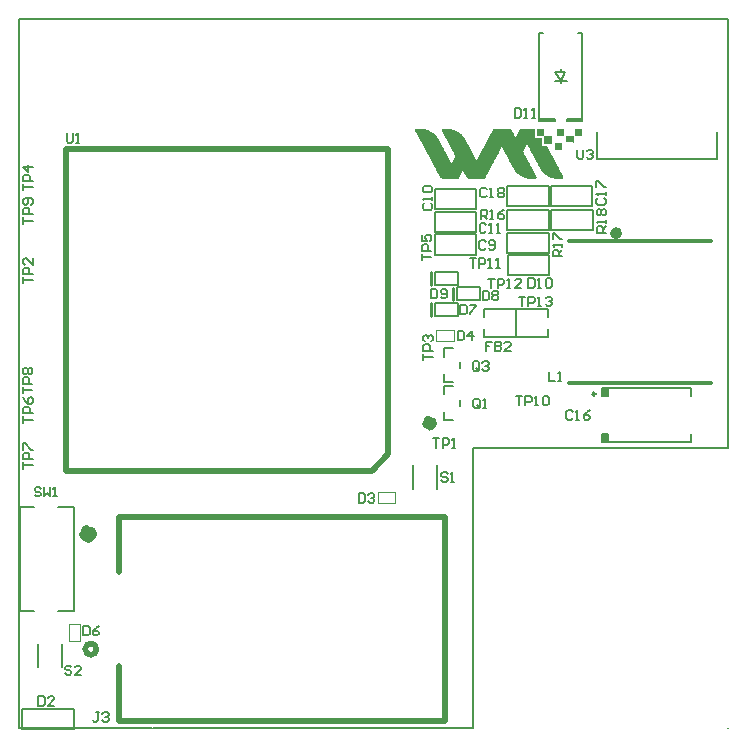
<source format=gto>
G04*
G04 #@! TF.GenerationSoftware,Altium Limited,Altium Designer,21.2.2 (38)*
G04*
G04 Layer_Color=65535*
%FSLAX25Y25*%
%MOIN*%
G70*
G04*
G04 #@! TF.SameCoordinates,6CE54949-C0DA-46BE-907D-7ABA0CCCE0FB*
G04*
G04*
G04 #@! TF.FilePolarity,Positive*
G04*
G01*
G75*
%ADD10C,0.01968*%
%ADD11C,0.05000*%
%ADD12C,0.00984*%
%ADD13C,0.03937*%
%ADD14C,0.00394*%
%ADD15C,0.00787*%
%ADD16C,0.01000*%
%ADD17C,0.00600*%
%ADD18C,0.00591*%
%ADD19C,0.01181*%
%ADD20C,0.00500*%
%ADD21C,0.00709*%
%ADD22R,0.02165X0.02657*%
G36*
X181636Y199521D02*
Y199432D01*
Y199343D01*
Y199253D01*
Y199164D01*
Y199075D01*
Y198986D01*
Y198896D01*
Y198807D01*
Y198718D01*
Y198628D01*
Y198539D01*
Y198450D01*
Y198361D01*
Y198271D01*
Y198182D01*
Y198093D01*
Y198003D01*
Y197914D01*
Y197825D01*
Y197736D01*
Y197646D01*
Y197557D01*
Y197468D01*
Y197379D01*
Y197289D01*
Y197200D01*
X179226D01*
Y197289D01*
Y197379D01*
Y197468D01*
Y197557D01*
Y197646D01*
Y197736D01*
Y197825D01*
Y197914D01*
Y198003D01*
Y198093D01*
Y198182D01*
Y198271D01*
Y198361D01*
Y198450D01*
Y198539D01*
Y198628D01*
Y198718D01*
Y198807D01*
Y198896D01*
Y198986D01*
Y199075D01*
Y199164D01*
Y199253D01*
Y199343D01*
Y199432D01*
Y199521D01*
Y199611D01*
X181636D01*
Y199521D01*
D02*
G37*
G36*
X175029D02*
Y199432D01*
Y199343D01*
Y199253D01*
Y199164D01*
Y199075D01*
Y198986D01*
Y198896D01*
Y198807D01*
Y198718D01*
Y198628D01*
Y198539D01*
Y198450D01*
Y198361D01*
Y198271D01*
Y198182D01*
Y198093D01*
Y198003D01*
Y197914D01*
Y197825D01*
Y197736D01*
Y197646D01*
Y197557D01*
Y197468D01*
Y197379D01*
Y197289D01*
Y197200D01*
X172618D01*
Y197289D01*
Y197379D01*
Y197468D01*
Y197557D01*
Y197646D01*
Y197736D01*
Y197825D01*
Y197914D01*
Y198003D01*
Y198093D01*
Y198182D01*
Y198271D01*
Y198361D01*
Y198450D01*
Y198539D01*
Y198628D01*
Y198718D01*
Y198807D01*
Y198896D01*
Y198986D01*
Y199075D01*
Y199164D01*
Y199253D01*
Y199343D01*
Y199432D01*
Y199521D01*
Y199611D01*
X175029D01*
Y199521D01*
D02*
G37*
G36*
X187708D02*
Y199432D01*
Y199343D01*
Y199253D01*
Y199164D01*
Y199075D01*
Y198986D01*
Y198896D01*
Y198807D01*
Y198718D01*
Y198628D01*
Y198539D01*
Y198450D01*
Y198361D01*
Y198271D01*
Y198182D01*
Y198093D01*
Y198003D01*
Y197914D01*
Y197825D01*
Y197736D01*
Y197646D01*
Y197557D01*
Y197468D01*
Y197379D01*
Y197289D01*
Y197200D01*
X186636D01*
Y197111D01*
X186458D01*
Y197200D01*
X185297D01*
Y197289D01*
Y197379D01*
Y197468D01*
Y197557D01*
Y197646D01*
Y197736D01*
Y197825D01*
Y197914D01*
Y198003D01*
Y198093D01*
Y198182D01*
Y198271D01*
Y198361D01*
Y198450D01*
Y198539D01*
Y198628D01*
Y198718D01*
Y198807D01*
Y198896D01*
Y198986D01*
Y199075D01*
Y199164D01*
Y199253D01*
Y199343D01*
Y199432D01*
Y199521D01*
Y199611D01*
X187708D01*
Y199521D01*
D02*
G37*
G36*
X171904Y199611D02*
Y199521D01*
Y199432D01*
Y199343D01*
Y199253D01*
Y199164D01*
Y199075D01*
Y198986D01*
Y198896D01*
Y198807D01*
Y198718D01*
Y198628D01*
Y198539D01*
Y198450D01*
Y198361D01*
Y198271D01*
Y198182D01*
Y198093D01*
Y198003D01*
Y197914D01*
Y197825D01*
Y197736D01*
Y197646D01*
Y197557D01*
Y197468D01*
Y197379D01*
Y197289D01*
Y197200D01*
Y197111D01*
Y197021D01*
Y196932D01*
Y196843D01*
Y196754D01*
Y196664D01*
Y196575D01*
Y196486D01*
X174404D01*
Y196396D01*
Y196307D01*
Y196218D01*
Y196128D01*
Y196039D01*
Y195950D01*
Y195861D01*
Y195771D01*
Y195682D01*
Y195593D01*
Y195503D01*
Y195414D01*
Y195325D01*
Y195236D01*
Y195146D01*
Y195057D01*
Y194968D01*
Y194878D01*
Y194789D01*
Y194700D01*
Y194611D01*
Y194521D01*
Y194432D01*
Y194343D01*
Y194253D01*
Y194164D01*
Y194075D01*
X174493D01*
Y193986D01*
X175922D01*
Y193896D01*
X176011D01*
Y193807D01*
Y193718D01*
Y193628D01*
X176190D01*
Y193539D01*
Y193450D01*
X176279D01*
Y193361D01*
Y193271D01*
Y193182D01*
X176368D01*
Y193093D01*
Y193003D01*
X176458D01*
Y192914D01*
X176547D01*
Y192825D01*
Y192736D01*
X176636D01*
Y192646D01*
Y192557D01*
X176726D01*
Y192468D01*
X176815D01*
Y192378D01*
X176726D01*
Y192289D01*
X176815D01*
Y192200D01*
X176904D01*
Y192111D01*
Y192021D01*
X176993D01*
Y191932D01*
Y191843D01*
X177172D01*
Y191753D01*
Y191664D01*
Y191575D01*
Y191486D01*
X177261D01*
Y191396D01*
X177351D01*
Y191307D01*
Y191218D01*
Y191128D01*
X177440D01*
Y191039D01*
X177529D01*
Y190950D01*
Y190860D01*
X177619D01*
Y190771D01*
Y190682D01*
X177708D01*
Y190593D01*
Y190503D01*
X177797D01*
Y190414D01*
X177886D01*
Y190325D01*
Y190235D01*
X177976D01*
Y190146D01*
Y190057D01*
X178065D01*
Y189968D01*
Y189878D01*
X178154D01*
Y189789D01*
X178244D01*
Y189700D01*
Y189611D01*
Y189521D01*
X178333D01*
Y189432D01*
Y189343D01*
Y189253D01*
X178511D01*
Y189164D01*
Y189075D01*
X178601D01*
Y188986D01*
Y188896D01*
X178690D01*
Y188807D01*
Y188718D01*
Y188628D01*
X178779D01*
Y188539D01*
X178868D01*
Y188450D01*
Y188361D01*
X178958D01*
Y188271D01*
Y188182D01*
Y188093D01*
X179136D01*
Y188003D01*
Y187914D01*
Y187825D01*
X179226D01*
Y187735D01*
X179315D01*
Y187646D01*
Y187557D01*
Y187468D01*
X179404D01*
Y187378D01*
Y187289D01*
X179493D01*
Y187200D01*
X179583D01*
Y187110D01*
Y187021D01*
X179672D01*
Y186932D01*
Y186843D01*
X179761D01*
Y186753D01*
X179851D01*
Y186664D01*
Y186575D01*
Y186486D01*
X179940D01*
Y186396D01*
Y186307D01*
X180029D01*
Y186218D01*
X180119D01*
Y186128D01*
Y186039D01*
Y185950D01*
X180208D01*
Y185861D01*
X180297D01*
Y185771D01*
Y185682D01*
X180386D01*
Y185593D01*
X180476D01*
Y185503D01*
Y185414D01*
Y185325D01*
X180565D01*
Y185236D01*
X180654D01*
Y185146D01*
Y185057D01*
X180744D01*
Y184968D01*
Y184878D01*
Y184789D01*
X180922D01*
Y184700D01*
Y184610D01*
Y184521D01*
X181011D01*
Y184432D01*
Y184343D01*
Y184253D01*
X181101D01*
Y184164D01*
X181190D01*
Y184075D01*
X181279D01*
Y183985D01*
X181190D01*
Y183896D01*
X181369D01*
Y183807D01*
Y183718D01*
Y183628D01*
X181458D01*
Y183539D01*
Y183450D01*
Y183360D01*
X181547D01*
Y183271D01*
X181458D01*
Y183182D01*
Y183093D01*
X181369D01*
Y183003D01*
X181190D01*
Y182914D01*
X178868D01*
Y183003D01*
X178333D01*
Y183093D01*
X178154D01*
Y183182D01*
X177708D01*
Y183271D01*
X177440D01*
Y183360D01*
X177172D01*
Y183450D01*
X177083D01*
Y183539D01*
X176815D01*
Y183628D01*
X176636D01*
Y183718D01*
X176458D01*
Y183807D01*
X176279D01*
Y183896D01*
X176101D01*
Y183985D01*
X176011D01*
Y184075D01*
X175922D01*
Y184164D01*
X175743D01*
Y184253D01*
X175565D01*
Y184343D01*
X175476D01*
Y184432D01*
X175386D01*
Y184521D01*
X175208D01*
Y184610D01*
X175118D01*
Y184700D01*
X175029D01*
Y184789D01*
X174940D01*
Y184878D01*
X174850D01*
Y184968D01*
X174761D01*
Y185057D01*
X174672D01*
Y185146D01*
X174583D01*
Y185236D01*
X174493D01*
Y185325D01*
X174404D01*
Y185414D01*
X174315D01*
Y185503D01*
X174225D01*
Y185593D01*
X174136D01*
Y185682D01*
Y185771D01*
Y185861D01*
X173958D01*
Y185950D01*
Y186039D01*
X173868D01*
Y186128D01*
X173779D01*
Y186218D01*
Y186307D01*
Y186396D01*
Y186486D01*
X173690D01*
Y186575D01*
X173600D01*
Y186664D01*
Y186753D01*
X173511D01*
Y186843D01*
Y186932D01*
X173422D01*
Y187021D01*
X173333D01*
Y187110D01*
Y187200D01*
Y187289D01*
X173243D01*
Y187378D01*
X173154D01*
Y187468D01*
Y187557D01*
Y187646D01*
X172976D01*
Y187735D01*
Y187825D01*
Y187914D01*
X172886D01*
Y188003D01*
Y188093D01*
X172797D01*
Y188182D01*
Y188271D01*
X172708D01*
Y188361D01*
X172618D01*
Y188450D01*
Y188539D01*
Y188628D01*
X172440D01*
Y188718D01*
Y188807D01*
Y188896D01*
Y188986D01*
X172351D01*
Y189075D01*
X172261D01*
Y189164D01*
Y189253D01*
Y189343D01*
X172172D01*
Y189432D01*
X172083D01*
Y189521D01*
X171993D01*
Y189611D01*
Y189700D01*
Y189789D01*
X171815D01*
Y189878D01*
X171904D01*
Y189968D01*
X171815D01*
Y190057D01*
X171725D01*
Y190146D01*
Y190235D01*
X171636D01*
Y190325D01*
Y190414D01*
X171458D01*
Y190503D01*
Y190593D01*
Y190682D01*
Y190771D01*
Y190860D01*
X171368D01*
Y190950D01*
X171279D01*
Y191039D01*
Y191128D01*
X171190D01*
Y191218D01*
X171100D01*
Y191307D01*
Y191396D01*
Y191486D01*
X171011D01*
Y191575D01*
X170922D01*
Y191664D01*
X170833D01*
Y191753D01*
X170922D01*
Y191843D01*
X170833D01*
Y191932D01*
X170743D01*
Y192021D01*
X170654D01*
Y192111D01*
Y192200D01*
Y192289D01*
X170475D01*
Y192378D01*
Y192468D01*
Y192557D01*
Y192646D01*
X170386D01*
Y192736D01*
X170297D01*
Y192825D01*
Y192914D01*
Y193003D01*
X170208D01*
Y193093D01*
X170118D01*
Y193182D01*
Y193271D01*
Y193361D01*
X170029D01*
Y193450D01*
X169940D01*
Y193539D01*
Y193628D01*
Y193718D01*
X169761D01*
Y193807D01*
Y193896D01*
X169672D01*
Y193986D01*
Y194075D01*
Y194164D01*
X169583D01*
Y194253D01*
X169493D01*
Y194343D01*
Y194432D01*
X169226D01*
Y194343D01*
Y194253D01*
Y194164D01*
X169136D01*
Y194075D01*
Y193986D01*
X169047D01*
Y193896D01*
X168958D01*
Y193807D01*
X169047D01*
Y193718D01*
X168958D01*
Y193628D01*
X168868D01*
Y193539D01*
X168779D01*
Y193450D01*
Y193361D01*
Y193271D01*
X168690D01*
Y193182D01*
Y193093D01*
X168600D01*
Y193003D01*
Y192914D01*
X168511D01*
Y192825D01*
Y192736D01*
X168422D01*
Y192646D01*
Y192557D01*
X168333D01*
Y192468D01*
Y192378D01*
X168243D01*
Y192289D01*
Y192200D01*
X168154D01*
Y192111D01*
Y192021D01*
Y191932D01*
Y191843D01*
Y191753D01*
X168243D01*
Y191664D01*
Y191575D01*
Y191486D01*
X168333D01*
Y191396D01*
X168422D01*
Y191307D01*
Y191218D01*
X168511D01*
Y191128D01*
Y191039D01*
X168600D01*
Y190950D01*
Y190860D01*
X168690D01*
Y190771D01*
Y190682D01*
X168779D01*
Y190593D01*
X168868D01*
Y190503D01*
Y190414D01*
X168958D01*
Y190325D01*
Y190235D01*
X169047D01*
Y190146D01*
Y190057D01*
X169136D01*
Y189968D01*
Y189878D01*
X169226D01*
Y189789D01*
X169315D01*
Y189700D01*
Y189611D01*
Y189521D01*
X169404D01*
Y189432D01*
Y189343D01*
X169583D01*
Y189253D01*
Y189164D01*
Y189075D01*
Y188986D01*
X169761D01*
Y188896D01*
Y188807D01*
Y188718D01*
Y188628D01*
X169940D01*
Y188539D01*
Y188450D01*
X170029D01*
Y188361D01*
X169940D01*
Y188271D01*
X170029D01*
Y188182D01*
X170118D01*
Y188093D01*
X170208D01*
Y188003D01*
Y187914D01*
X170297D01*
Y187825D01*
Y187735D01*
X170386D01*
Y187646D01*
Y187557D01*
X170475D01*
Y187468D01*
Y187378D01*
X170565D01*
Y187289D01*
Y187200D01*
Y187110D01*
X170654D01*
Y187021D01*
X170743D01*
Y186932D01*
Y186843D01*
Y186753D01*
X170922D01*
Y186664D01*
Y186575D01*
Y186486D01*
X171011D01*
Y186396D01*
Y186307D01*
X171100D01*
Y186218D01*
X171190D01*
Y186128D01*
Y186039D01*
Y185950D01*
X171368D01*
Y185861D01*
Y185771D01*
Y185682D01*
X171458D01*
Y185593D01*
X171547D01*
Y185503D01*
Y185414D01*
Y185325D01*
X171636D01*
Y185236D01*
X171725D01*
Y185146D01*
Y185057D01*
X171815D01*
Y184968D01*
Y184878D01*
X171904D01*
Y184789D01*
Y184700D01*
Y184610D01*
X171993D01*
Y184521D01*
X172083D01*
Y184432D01*
Y184343D01*
Y184253D01*
X172261D01*
Y184164D01*
Y184075D01*
X172351D01*
Y183985D01*
Y183896D01*
Y183807D01*
X172440D01*
Y183718D01*
X172529D01*
Y183628D01*
X172618D01*
Y183539D01*
Y183450D01*
Y183360D01*
Y183271D01*
Y183182D01*
X172529D01*
Y183093D01*
X172440D01*
Y183003D01*
X172261D01*
Y182914D01*
X169940D01*
Y183003D01*
X169493D01*
Y183093D01*
X169226D01*
Y183182D01*
X168779D01*
Y183271D01*
X168511D01*
Y183360D01*
X168333D01*
Y183450D01*
X168154D01*
Y183539D01*
X167886D01*
Y183628D01*
X167708D01*
Y183718D01*
X167529D01*
Y183807D01*
X167440D01*
Y183896D01*
X167261D01*
Y183985D01*
X167083D01*
Y184075D01*
X166993D01*
Y184164D01*
X166815D01*
Y184253D01*
X166636D01*
Y184343D01*
X166547D01*
Y184432D01*
X166458D01*
Y184521D01*
X166368D01*
Y184610D01*
X166190D01*
Y184700D01*
X166100D01*
Y184789D01*
X166011D01*
Y184878D01*
Y184968D01*
X165833D01*
Y185057D01*
X165743D01*
Y185146D01*
X165654D01*
Y185236D01*
X165565D01*
Y185325D01*
X165475D01*
Y185414D01*
Y185503D01*
X165386D01*
Y185593D01*
X165297D01*
Y185682D01*
X165208D01*
Y185771D01*
Y185861D01*
X165029D01*
Y185950D01*
Y186039D01*
Y186128D01*
X164850D01*
Y186218D01*
Y186307D01*
Y186396D01*
Y186486D01*
X164761D01*
Y186575D01*
X164672D01*
Y186664D01*
Y186753D01*
X164583D01*
Y186843D01*
Y186932D01*
X164493D01*
Y187021D01*
Y187110D01*
X164404D01*
Y187200D01*
Y187289D01*
X164315D01*
Y187378D01*
X164225D01*
Y187468D01*
Y187557D01*
X164136D01*
Y187646D01*
Y187735D01*
X164047D01*
Y187825D01*
Y187914D01*
Y188003D01*
X163868D01*
Y188093D01*
Y188182D01*
X163779D01*
Y188271D01*
Y188361D01*
Y188450D01*
X163690D01*
Y188539D01*
Y188628D01*
X163511D01*
Y188718D01*
Y188807D01*
Y188896D01*
X163422D01*
Y188986D01*
Y189075D01*
X163332D01*
Y189164D01*
Y189253D01*
X163243D01*
Y189343D01*
Y189432D01*
X163154D01*
Y189521D01*
X163065D01*
Y189611D01*
Y189700D01*
Y189789D01*
X162975D01*
Y189878D01*
X162886D01*
Y189968D01*
Y190057D01*
X162797D01*
Y190146D01*
Y190235D01*
X162707D01*
Y190325D01*
Y190414D01*
X162618D01*
Y190503D01*
X162529D01*
Y190593D01*
Y190682D01*
Y190771D01*
X162440D01*
Y190860D01*
Y190950D01*
X162350D01*
Y191039D01*
Y191128D01*
Y191218D01*
X162172D01*
Y191307D01*
Y191396D01*
Y191486D01*
X162083D01*
Y191575D01*
X161993D01*
Y191664D01*
Y191753D01*
X161904D01*
Y191843D01*
Y191932D01*
X161815D01*
Y192021D01*
X161725D01*
Y192111D01*
X161815D01*
Y192200D01*
X161725D01*
Y192289D01*
X161636D01*
Y192378D01*
X161547D01*
Y192468D01*
Y192557D01*
X161458D01*
Y192646D01*
Y192736D01*
X161368D01*
Y192825D01*
Y192914D01*
Y193003D01*
X161279D01*
Y193093D01*
Y193182D01*
X161190D01*
Y193271D01*
Y193361D01*
X161100D01*
Y193450D01*
X160833D01*
Y193361D01*
Y193271D01*
X160743D01*
Y193182D01*
Y193093D01*
X160654D01*
Y193003D01*
Y192914D01*
X160565D01*
Y192825D01*
X160475D01*
Y192736D01*
Y192646D01*
Y192557D01*
X160386D01*
Y192468D01*
X160297D01*
Y192378D01*
Y192289D01*
Y192200D01*
X160118D01*
Y192111D01*
Y192021D01*
Y191932D01*
X160029D01*
Y191843D01*
Y191753D01*
X159940D01*
Y191664D01*
Y191575D01*
X159850D01*
Y191486D01*
Y191396D01*
Y191307D01*
X159761D01*
Y191218D01*
X159672D01*
Y191128D01*
Y191039D01*
X159582D01*
Y190950D01*
X159493D01*
Y190860D01*
Y190771D01*
X159404D01*
Y190682D01*
Y190593D01*
X159315D01*
Y190503D01*
Y190414D01*
X159225D01*
Y190325D01*
Y190235D01*
X159136D01*
Y190146D01*
Y190057D01*
Y189968D01*
X158958D01*
Y189878D01*
Y189789D01*
Y189700D01*
X158868D01*
Y189611D01*
X158779D01*
Y189521D01*
Y189432D01*
Y189343D01*
X158690D01*
Y189253D01*
X158600D01*
Y189164D01*
Y189075D01*
X158511D01*
Y188986D01*
Y188896D01*
X158422D01*
Y188807D01*
X158333D01*
Y188718D01*
Y188628D01*
Y188539D01*
X158243D01*
Y188450D01*
Y188361D01*
X158154D01*
Y188271D01*
X158065D01*
Y188182D01*
Y188093D01*
X157975D01*
Y188003D01*
Y187914D01*
X157886D01*
Y187825D01*
Y187735D01*
X157797D01*
Y187646D01*
Y187557D01*
Y187468D01*
X157708D01*
Y187378D01*
Y187289D01*
X157618D01*
Y187200D01*
Y187110D01*
X157440D01*
Y187021D01*
Y186932D01*
X157350D01*
Y186843D01*
Y186753D01*
Y186664D01*
X157261D01*
Y186575D01*
X157172D01*
Y186486D01*
Y186396D01*
Y186307D01*
X157082D01*
Y186218D01*
X156993D01*
Y186128D01*
Y186039D01*
Y185950D01*
X156815D01*
Y185861D01*
Y185771D01*
Y185682D01*
X156725D01*
Y185593D01*
Y185503D01*
X156636D01*
Y185414D01*
Y185325D01*
X156547D01*
Y185236D01*
Y185146D01*
X156368D01*
Y185057D01*
Y184968D01*
Y184878D01*
X156279D01*
Y184789D01*
Y184700D01*
Y184610D01*
X156190D01*
Y184521D01*
X156100D01*
Y184432D01*
Y184343D01*
X156011D01*
Y184253D01*
Y184164D01*
X155922D01*
Y184075D01*
X155832D01*
Y183985D01*
Y183896D01*
Y183807D01*
X155743D01*
Y183718D01*
X155654D01*
Y183628D01*
Y183539D01*
X155565D01*
Y183450D01*
Y183360D01*
Y183271D01*
X155386D01*
Y183182D01*
Y183093D01*
Y183003D01*
X155207D01*
Y182914D01*
X149940D01*
Y183003D01*
X149761D01*
Y183093D01*
X149672D01*
Y183182D01*
X149493D01*
Y183271D01*
X149314D01*
Y183360D01*
Y183450D01*
X149225D01*
Y183539D01*
X149136D01*
Y183628D01*
Y183718D01*
Y183807D01*
X148957D01*
Y183896D01*
Y183985D01*
X148868D01*
Y184075D01*
Y184164D01*
X148779D01*
Y184253D01*
Y184343D01*
Y184432D01*
X148689D01*
Y184521D01*
X148600D01*
Y184610D01*
Y184700D01*
X148511D01*
Y184789D01*
Y184878D01*
Y184968D01*
X148332D01*
Y185057D01*
X148422D01*
Y185146D01*
X148332D01*
Y185236D01*
X148243D01*
Y185325D01*
X148154D01*
Y185414D01*
Y185503D01*
Y185593D01*
X147886D01*
Y185503D01*
X147797D01*
Y185414D01*
Y185325D01*
X147707D01*
Y185236D01*
Y185146D01*
X147618D01*
Y185057D01*
X147529D01*
Y184968D01*
X147440D01*
Y184878D01*
Y184789D01*
Y184700D01*
X147350D01*
Y184610D01*
Y184521D01*
X147261D01*
Y184432D01*
Y184343D01*
X147172D01*
Y184253D01*
Y184164D01*
X147082D01*
Y184075D01*
Y183985D01*
X146993D01*
Y183896D01*
X146904D01*
Y183807D01*
Y183718D01*
X146815D01*
Y183628D01*
Y183539D01*
Y183450D01*
X146725D01*
Y183360D01*
X146636D01*
Y183271D01*
Y183182D01*
X146547D01*
Y183093D01*
Y183003D01*
X146279D01*
Y182914D01*
X141189D01*
Y183003D01*
X140921D01*
Y183093D01*
X140832D01*
Y183182D01*
X140654D01*
Y183271D01*
X140564D01*
Y183360D01*
X140475D01*
Y183450D01*
X140386D01*
Y183539D01*
X140296D01*
Y183628D01*
Y183718D01*
X140207D01*
Y183807D01*
Y183896D01*
Y183985D01*
X140029D01*
Y184075D01*
Y184164D01*
Y184253D01*
X139939D01*
Y184343D01*
X139850D01*
Y184432D01*
Y184521D01*
Y184610D01*
X139761D01*
Y184700D01*
Y184789D01*
X139672D01*
Y184878D01*
X139582D01*
Y184968D01*
X139493D01*
Y185057D01*
Y185146D01*
X139404D01*
Y185236D01*
Y185325D01*
X139314D01*
Y185414D01*
Y185503D01*
X139225D01*
Y185593D01*
Y185682D01*
X139136D01*
Y185771D01*
X139047D01*
Y185861D01*
Y185950D01*
Y186039D01*
Y186128D01*
X138957D01*
Y186218D01*
X138868D01*
Y186307D01*
Y186396D01*
Y186486D01*
X138689D01*
Y186575D01*
Y186664D01*
Y186753D01*
X138600D01*
Y186843D01*
Y186932D01*
X138511D01*
Y187021D01*
X138421D01*
Y187110D01*
Y187200D01*
X138332D01*
Y187289D01*
X138243D01*
Y187378D01*
Y187468D01*
Y187557D01*
Y187646D01*
X138064D01*
Y187735D01*
Y187825D01*
X137975D01*
Y187914D01*
Y188003D01*
Y188093D01*
X137886D01*
Y188182D01*
Y188271D01*
X137796D01*
Y188361D01*
X137707D01*
Y188450D01*
Y188539D01*
X137618D01*
Y188628D01*
Y188718D01*
X137529D01*
Y188807D01*
Y188896D01*
Y188986D01*
X137350D01*
Y189075D01*
Y189164D01*
Y189253D01*
X137261D01*
Y189343D01*
Y189432D01*
X137171D01*
Y189521D01*
X137082D01*
Y189611D01*
Y189700D01*
X136993D01*
Y189789D01*
Y189878D01*
X136904D01*
Y189968D01*
Y190057D01*
Y190146D01*
X136725D01*
Y190235D01*
Y190325D01*
X136636D01*
Y190414D01*
Y190503D01*
Y190593D01*
X136547D01*
Y190682D01*
Y190771D01*
X136457D01*
Y190860D01*
Y190950D01*
X136368D01*
Y191039D01*
X136279D01*
Y191128D01*
Y191218D01*
X136189D01*
Y191307D01*
X136100D01*
Y191396D01*
X136189D01*
Y191486D01*
X136011D01*
Y191575D01*
Y191664D01*
Y191753D01*
X135922D01*
Y191843D01*
Y191932D01*
X135832D01*
Y192021D01*
Y192111D01*
X135743D01*
Y192200D01*
X135654D01*
Y192289D01*
X135564D01*
Y192378D01*
Y192468D01*
Y192557D01*
Y192646D01*
X135386D01*
Y192736D01*
Y192825D01*
Y192914D01*
X135296D01*
Y193003D01*
Y193093D01*
Y193182D01*
X135118D01*
Y193271D01*
Y193361D01*
Y193450D01*
X135029D01*
Y193539D01*
X134939D01*
Y193628D01*
Y193718D01*
Y193807D01*
X134850D01*
Y193896D01*
X134761D01*
Y193986D01*
X134671D01*
Y194075D01*
Y194164D01*
X134582D01*
Y194253D01*
Y194343D01*
Y194432D01*
Y194521D01*
X134404D01*
Y194611D01*
Y194700D01*
Y194789D01*
X134314D01*
Y194878D01*
X134225D01*
Y194968D01*
Y195057D01*
X134136D01*
Y195146D01*
Y195236D01*
Y195325D01*
X134046D01*
Y195414D01*
X133957D01*
Y195503D01*
Y195593D01*
Y195682D01*
X133779D01*
Y195771D01*
Y195861D01*
X133689D01*
Y195950D01*
Y196039D01*
X133600D01*
Y196128D01*
Y196218D01*
Y196307D01*
X133511D01*
Y196396D01*
Y196486D01*
X133421D01*
Y196575D01*
X133332D01*
Y196664D01*
Y196754D01*
Y196843D01*
X133243D01*
Y196932D01*
Y197021D01*
X133154D01*
Y197111D01*
X133064D01*
Y197200D01*
Y197289D01*
Y197379D01*
X132975D01*
Y197468D01*
X132796D01*
Y197557D01*
X132886D01*
Y197646D01*
X132796D01*
Y197736D01*
Y197825D01*
X132707D01*
Y197914D01*
X132618D01*
Y198003D01*
Y198093D01*
Y198182D01*
X132529D01*
Y198271D01*
X132439D01*
Y198361D01*
Y198450D01*
X132350D01*
Y198539D01*
Y198628D01*
X132261D01*
Y198718D01*
X132171D01*
Y198807D01*
Y198896D01*
Y198986D01*
X132082D01*
Y199075D01*
X131993D01*
Y199164D01*
Y199253D01*
Y199343D01*
Y199432D01*
X132082D01*
Y199521D01*
X132171D01*
Y199611D01*
X132439D01*
Y199700D01*
X134314D01*
Y199611D01*
X135029D01*
Y199521D01*
X135207D01*
Y199432D01*
X135654D01*
Y199343D01*
X135922D01*
Y199253D01*
X136189D01*
Y199164D01*
X136368D01*
Y199075D01*
X136636D01*
Y198986D01*
X136814D01*
Y198896D01*
X136993D01*
Y198807D01*
X137171D01*
Y198718D01*
X137350D01*
Y198628D01*
X137529D01*
Y198539D01*
X137707D01*
Y198450D01*
X137796D01*
Y198361D01*
X137886D01*
Y198271D01*
X138064D01*
Y198182D01*
X138154D01*
Y198093D01*
X138243D01*
Y198003D01*
X138421D01*
Y197914D01*
Y197825D01*
X138600D01*
Y197736D01*
X138689D01*
Y197646D01*
X138779D01*
Y197557D01*
Y197468D01*
X138957D01*
Y197379D01*
X139047D01*
Y197289D01*
X139136D01*
Y197200D01*
X139225D01*
Y197111D01*
X139314D01*
Y197021D01*
Y196932D01*
X139404D01*
Y196843D01*
X139493D01*
Y196754D01*
Y196664D01*
X139582D01*
Y196575D01*
Y196486D01*
X139672D01*
Y196396D01*
Y196307D01*
X139761D01*
Y196218D01*
X139850D01*
Y196128D01*
X139939D01*
Y196039D01*
Y195950D01*
Y195861D01*
X140029D01*
Y195771D01*
X140118D01*
Y195682D01*
Y195593D01*
Y195503D01*
X140207D01*
Y195414D01*
X140296D01*
Y195325D01*
Y195236D01*
Y195146D01*
X140386D01*
Y195057D01*
X140475D01*
Y194968D01*
Y194878D01*
X140564D01*
Y194789D01*
X140654D01*
Y194700D01*
Y194611D01*
Y194521D01*
X140743D01*
Y194432D01*
Y194343D01*
X140832D01*
Y194253D01*
Y194164D01*
X140921D01*
Y194075D01*
Y193986D01*
X141100D01*
Y193896D01*
X141011D01*
Y193807D01*
X141100D01*
Y193718D01*
X141189D01*
Y193628D01*
Y193539D01*
X141279D01*
Y193450D01*
Y193361D01*
X141368D01*
Y193271D01*
Y193182D01*
X141457D01*
Y193093D01*
X141546D01*
Y193003D01*
Y192914D01*
X141636D01*
Y192825D01*
Y192736D01*
Y192646D01*
X141725D01*
Y192557D01*
X141814D01*
Y192468D01*
Y192378D01*
X141904D01*
Y192289D01*
Y192200D01*
X141993D01*
Y192111D01*
Y192021D01*
X142082D01*
Y191932D01*
Y191843D01*
X142172D01*
Y191753D01*
X142261D01*
Y191664D01*
Y191575D01*
Y191486D01*
X142439D01*
Y191396D01*
Y191307D01*
Y191218D01*
X142529D01*
Y191128D01*
Y191039D01*
X142618D01*
Y190950D01*
Y190860D01*
X142707D01*
Y190771D01*
Y190682D01*
X142797D01*
Y190593D01*
Y190503D01*
X142886D01*
Y190414D01*
Y190325D01*
X142975D01*
Y190235D01*
Y190146D01*
X143064D01*
Y190057D01*
X143154D01*
Y189968D01*
Y189878D01*
X143243D01*
Y189789D01*
Y189700D01*
X143332D01*
Y189611D01*
X143422D01*
Y189521D01*
X143332D01*
Y189432D01*
X143422D01*
Y189343D01*
X143511D01*
Y189253D01*
Y189164D01*
X143600D01*
Y189075D01*
Y188986D01*
X143689D01*
Y188896D01*
X143779D01*
Y188807D01*
Y188718D01*
X143868D01*
Y188628D01*
Y188539D01*
X143957D01*
Y188450D01*
Y188361D01*
X144047D01*
Y188271D01*
Y188182D01*
X144136D01*
Y188093D01*
X144314D01*
Y188182D01*
Y188271D01*
X144404D01*
Y188361D01*
Y188450D01*
X144493D01*
Y188539D01*
Y188628D01*
Y188718D01*
X144582D01*
Y188807D01*
Y188896D01*
X144672D01*
Y188986D01*
Y189075D01*
X144761D01*
Y189164D01*
Y189253D01*
X144850D01*
Y189343D01*
Y189432D01*
X144939D01*
Y189521D01*
Y189611D01*
X145029D01*
Y189700D01*
Y189789D01*
Y189878D01*
X145118D01*
Y189968D01*
X145207D01*
Y190057D01*
X145297D01*
Y190146D01*
Y190235D01*
Y190325D01*
X145386D01*
Y190414D01*
Y190503D01*
Y190593D01*
Y190682D01*
Y190771D01*
X145207D01*
Y190860D01*
Y190950D01*
X145118D01*
Y191039D01*
Y191128D01*
Y191218D01*
X145029D01*
Y191307D01*
X144939D01*
Y191396D01*
Y191486D01*
Y191575D01*
X144850D01*
Y191664D01*
Y191753D01*
X144761D01*
Y191843D01*
Y191932D01*
X144672D01*
Y192021D01*
Y192111D01*
Y192200D01*
X144493D01*
Y192289D01*
Y192378D01*
Y192468D01*
X144314D01*
Y192557D01*
Y192646D01*
Y192736D01*
X144225D01*
Y192825D01*
Y192914D01*
X144136D01*
Y193003D01*
Y193093D01*
X144047D01*
Y193182D01*
Y193271D01*
X143957D01*
Y193361D01*
X143868D01*
Y193450D01*
Y193539D01*
Y193628D01*
X143779D01*
Y193718D01*
X143689D01*
Y193807D01*
Y193896D01*
X143600D01*
Y193986D01*
Y194075D01*
X143511D01*
Y194164D01*
Y194253D01*
Y194343D01*
X143422D01*
Y194432D01*
X143332D01*
Y194521D01*
Y194611D01*
X143243D01*
Y194700D01*
Y194789D01*
X143154D01*
Y194878D01*
Y194968D01*
X143064D01*
Y195057D01*
X142975D01*
Y195146D01*
X142886D01*
Y195236D01*
Y195325D01*
Y195414D01*
Y195503D01*
X142707D01*
Y195593D01*
Y195682D01*
Y195771D01*
X142618D01*
Y195861D01*
X142529D01*
Y195950D01*
Y196039D01*
Y196128D01*
X142439D01*
Y196218D01*
Y196307D01*
X142350D01*
Y196396D01*
X142261D01*
Y196486D01*
Y196575D01*
X142172D01*
Y196664D01*
X142082D01*
Y196754D01*
Y196843D01*
Y196932D01*
X141993D01*
Y197021D01*
Y197111D01*
X141904D01*
Y197200D01*
Y197289D01*
X141814D01*
Y197379D01*
Y197468D01*
X141725D01*
Y197557D01*
X141636D01*
Y197646D01*
Y197736D01*
X141546D01*
Y197825D01*
Y197914D01*
Y198003D01*
X141457D01*
Y198093D01*
X141368D01*
Y198182D01*
Y198271D01*
X141279D01*
Y198361D01*
Y198450D01*
X141189D01*
Y198539D01*
Y198628D01*
X141100D01*
Y198718D01*
X141011D01*
Y198807D01*
Y198896D01*
X140921D01*
Y198986D01*
Y199075D01*
Y199164D01*
X140832D01*
Y199253D01*
X140921D01*
Y199343D01*
Y199432D01*
Y199521D01*
X141100D01*
Y199611D01*
X141279D01*
Y199700D01*
X143154D01*
Y199611D01*
X143868D01*
Y199521D01*
X144047D01*
Y199432D01*
X144493D01*
Y199343D01*
X144850D01*
Y199253D01*
X145118D01*
Y199164D01*
X145207D01*
Y199075D01*
X145475D01*
Y198986D01*
X145743D01*
Y198896D01*
X145832D01*
Y198807D01*
X146011D01*
Y198718D01*
X146100D01*
Y198628D01*
X146368D01*
Y198539D01*
X146457D01*
Y198450D01*
X146636D01*
Y198361D01*
X146725D01*
Y198271D01*
X146904D01*
Y198182D01*
X146993D01*
Y198093D01*
X147082D01*
Y198003D01*
X147172D01*
Y197914D01*
X147261D01*
Y197825D01*
X147440D01*
Y197736D01*
X147529D01*
Y197646D01*
X147618D01*
Y197557D01*
X147707D01*
Y197468D01*
X147797D01*
Y197379D01*
X147886D01*
Y197289D01*
X147975D01*
Y197200D01*
X148064D01*
Y197111D01*
Y197021D01*
X148243D01*
Y196932D01*
Y196843D01*
X148332D01*
Y196754D01*
X148422D01*
Y196664D01*
Y196575D01*
X148511D01*
Y196486D01*
Y196396D01*
X148600D01*
Y196307D01*
Y196218D01*
Y196128D01*
X148689D01*
Y196039D01*
X148779D01*
Y195950D01*
Y195861D01*
Y195771D01*
X148957D01*
Y195682D01*
Y195593D01*
X149047D01*
Y195503D01*
Y195414D01*
Y195325D01*
X149225D01*
Y195236D01*
Y195146D01*
Y195057D01*
Y194968D01*
X149314D01*
Y194878D01*
X149404D01*
Y194789D01*
Y194700D01*
X149493D01*
Y194611D01*
Y194521D01*
X149582D01*
Y194432D01*
Y194343D01*
X149672D01*
Y194253D01*
Y194164D01*
X149761D01*
Y194075D01*
X149850D01*
Y193986D01*
X149940D01*
Y193896D01*
Y193807D01*
Y193718D01*
X150029D01*
Y193628D01*
X150118D01*
Y193539D01*
Y193450D01*
X150207D01*
Y193361D01*
Y193271D01*
X150297D01*
Y193182D01*
Y193093D01*
X150386D01*
Y193003D01*
Y192914D01*
X150475D01*
Y192825D01*
Y192736D01*
X150565D01*
Y192646D01*
Y192557D01*
Y192468D01*
X150654D01*
Y192378D01*
X150743D01*
Y192289D01*
Y192200D01*
Y192111D01*
X150922D01*
Y192021D01*
Y191932D01*
Y191843D01*
X151011D01*
Y191753D01*
X151100D01*
Y191664D01*
Y191575D01*
X151189D01*
Y191486D01*
Y191396D01*
X151279D01*
Y191307D01*
Y191218D01*
X151368D01*
Y191128D01*
Y191039D01*
X151457D01*
Y190950D01*
Y190860D01*
X151547D01*
Y190771D01*
Y190682D01*
X151636D01*
Y190593D01*
Y190503D01*
X151725D01*
Y190414D01*
Y190325D01*
Y190235D01*
X151904D01*
Y190146D01*
Y190057D01*
Y189968D01*
X151993D01*
Y189878D01*
X152082D01*
Y189789D01*
Y189700D01*
X152172D01*
Y189611D01*
Y189521D01*
Y189432D01*
X152350D01*
Y189343D01*
Y189253D01*
X152439D01*
Y189164D01*
Y189075D01*
X152618D01*
Y189164D01*
Y189253D01*
X152707D01*
Y189343D01*
X152797D01*
Y189432D01*
Y189521D01*
X152886D01*
Y189611D01*
Y189700D01*
X152975D01*
Y189789D01*
Y189878D01*
X153065D01*
Y189968D01*
Y190057D01*
Y190146D01*
X153243D01*
Y190235D01*
Y190325D01*
Y190414D01*
X153422D01*
Y190503D01*
Y190593D01*
Y190682D01*
Y190771D01*
X153511D01*
Y190860D01*
X153600D01*
Y190950D01*
Y191039D01*
X153690D01*
Y191128D01*
Y191218D01*
X153779D01*
Y191307D01*
Y191396D01*
X153868D01*
Y191486D01*
Y191575D01*
Y191664D01*
X153957D01*
Y191753D01*
Y191843D01*
X154136D01*
Y191932D01*
Y192021D01*
Y192111D01*
X154225D01*
Y192200D01*
X154315D01*
Y192289D01*
Y192378D01*
Y192468D01*
X154404D01*
Y192557D01*
X154493D01*
Y192646D01*
Y192736D01*
X154582D01*
Y192825D01*
Y192914D01*
Y193003D01*
X154761D01*
Y193093D01*
Y193182D01*
Y193271D01*
X154850D01*
Y193361D01*
X154940D01*
Y193450D01*
Y193539D01*
Y193628D01*
X155029D01*
Y193718D01*
Y193807D01*
X155207D01*
Y193896D01*
X155118D01*
Y193986D01*
X155207D01*
Y194075D01*
X155297D01*
Y194164D01*
X155386D01*
Y194253D01*
Y194343D01*
Y194432D01*
Y194521D01*
X155565D01*
Y194611D01*
Y194700D01*
Y194789D01*
X155654D01*
Y194878D01*
Y194968D01*
X155743D01*
Y195057D01*
Y195146D01*
X155832D01*
Y195236D01*
X155922D01*
Y195325D01*
Y195414D01*
X156011D01*
Y195503D01*
Y195593D01*
X156100D01*
Y195682D01*
Y195771D01*
X156190D01*
Y195861D01*
Y195950D01*
X156279D01*
Y196039D01*
Y196128D01*
X156368D01*
Y196218D01*
Y196307D01*
X156457D01*
Y196396D01*
X156547D01*
Y196486D01*
Y196575D01*
Y196664D01*
X156725D01*
Y196754D01*
Y196843D01*
Y196932D01*
Y197021D01*
Y197111D01*
X156904D01*
Y197200D01*
Y197289D01*
X156993D01*
Y197379D01*
Y197468D01*
X157082D01*
Y197557D01*
Y197646D01*
Y197736D01*
X157261D01*
Y197825D01*
Y197914D01*
Y198003D01*
X157350D01*
Y198093D01*
X157440D01*
Y198182D01*
Y198271D01*
Y198361D01*
X157529D01*
Y198450D01*
X157618D01*
Y198539D01*
Y198628D01*
X157708D01*
Y198718D01*
Y198807D01*
Y198896D01*
X157886D01*
Y198986D01*
Y199075D01*
X157797D01*
Y199164D01*
X157975D01*
Y199253D01*
X158065D01*
Y199343D01*
Y199432D01*
Y199521D01*
X158243D01*
Y199611D01*
X158511D01*
Y199700D01*
X163332D01*
Y199611D01*
X163600D01*
Y199521D01*
X163690D01*
Y199432D01*
X163958D01*
Y199343D01*
X164047D01*
Y199253D01*
X164136D01*
Y199164D01*
X164225D01*
Y199075D01*
X164315D01*
Y198986D01*
X164404D01*
Y198896D01*
Y198807D01*
Y198718D01*
X164493D01*
Y198628D01*
X164583D01*
Y198539D01*
Y198450D01*
Y198361D01*
X164672D01*
Y198271D01*
X164761D01*
Y198182D01*
Y198093D01*
X164850D01*
Y198003D01*
X164940D01*
Y197914D01*
Y197825D01*
X165029D01*
Y197736D01*
Y197646D01*
X165118D01*
Y197557D01*
Y197468D01*
Y197379D01*
X165208D01*
Y197289D01*
X165297D01*
Y197200D01*
Y197111D01*
Y197021D01*
X165386D01*
Y196932D01*
X165654D01*
Y197021D01*
X165743D01*
Y197111D01*
Y197200D01*
X165833D01*
Y197289D01*
Y197379D01*
X165922D01*
Y197468D01*
X166011D01*
Y197557D01*
Y197646D01*
Y197736D01*
X166100D01*
Y197825D01*
X166190D01*
Y197914D01*
Y198003D01*
Y198093D01*
X166368D01*
Y198182D01*
Y198271D01*
Y198361D01*
X166458D01*
Y198450D01*
X166547D01*
Y198539D01*
Y198628D01*
Y198718D01*
X166636D01*
Y198807D01*
Y198896D01*
X166815D01*
Y198986D01*
Y199075D01*
Y199164D01*
Y199253D01*
X166993D01*
Y199343D01*
Y199432D01*
X167083D01*
Y199521D01*
X167172D01*
Y199611D01*
X167440D01*
Y199700D01*
X171904D01*
Y199611D01*
D02*
G37*
G36*
X184851Y197289D02*
Y197200D01*
Y197111D01*
Y197021D01*
Y196932D01*
Y196843D01*
Y196754D01*
Y196664D01*
Y196575D01*
Y196486D01*
Y196396D01*
Y196307D01*
Y196218D01*
Y196128D01*
Y196039D01*
Y195950D01*
Y195861D01*
Y195771D01*
Y195682D01*
Y195593D01*
Y195503D01*
Y195414D01*
Y195325D01*
Y195236D01*
Y195146D01*
Y195057D01*
Y194968D01*
X184761D01*
Y195057D01*
X182440D01*
Y195146D01*
Y195236D01*
X182351D01*
Y195325D01*
Y195414D01*
Y195503D01*
Y195593D01*
Y195682D01*
Y195771D01*
Y195861D01*
Y195950D01*
Y196039D01*
Y196128D01*
Y196218D01*
Y196307D01*
Y196396D01*
Y196486D01*
Y196575D01*
Y196664D01*
Y196754D01*
Y196843D01*
Y196932D01*
Y197021D01*
Y197111D01*
X182440D01*
Y197200D01*
Y197289D01*
Y197379D01*
X184851D01*
Y197289D01*
D02*
G37*
G36*
X177529Y197021D02*
Y196932D01*
Y196843D01*
Y196754D01*
Y196664D01*
Y196575D01*
Y196486D01*
Y196396D01*
Y196307D01*
Y196218D01*
Y196128D01*
Y196039D01*
Y195950D01*
Y195861D01*
Y195771D01*
Y195682D01*
Y195593D01*
Y195503D01*
Y195414D01*
Y195325D01*
Y195236D01*
Y195146D01*
Y195057D01*
Y194968D01*
Y194878D01*
Y194789D01*
Y194700D01*
X175118D01*
Y194789D01*
Y194878D01*
Y194968D01*
Y195057D01*
Y195146D01*
Y195236D01*
Y195325D01*
Y195414D01*
Y195503D01*
Y195593D01*
Y195682D01*
Y195771D01*
Y195861D01*
Y195950D01*
Y196039D01*
Y196128D01*
Y196218D01*
Y196307D01*
Y196396D01*
Y196486D01*
Y196575D01*
Y196664D01*
Y196754D01*
Y196843D01*
Y196932D01*
Y197021D01*
Y197111D01*
X177529D01*
Y197021D01*
D02*
G37*
G36*
X181011Y194878D02*
Y194789D01*
Y194700D01*
Y194611D01*
Y194521D01*
Y194432D01*
Y194343D01*
Y194253D01*
Y194164D01*
Y194075D01*
Y193986D01*
Y193896D01*
Y193807D01*
Y193718D01*
Y193628D01*
Y193539D01*
Y193450D01*
Y193361D01*
Y193271D01*
Y193182D01*
Y193093D01*
Y193003D01*
Y192914D01*
Y192825D01*
Y192736D01*
Y192646D01*
Y192557D01*
X180744D01*
Y192468D01*
X180654D01*
Y192557D01*
X180208D01*
Y192468D01*
X180119D01*
Y192557D01*
X179851D01*
Y192468D01*
X179761D01*
Y192557D01*
X179047D01*
Y192468D01*
X178958D01*
Y192557D01*
X178690D01*
Y192468D01*
X178601D01*
Y192557D01*
Y192646D01*
Y192736D01*
Y192825D01*
Y192914D01*
Y193003D01*
Y193093D01*
Y193182D01*
Y193271D01*
Y193361D01*
Y193450D01*
Y193539D01*
Y193628D01*
Y193718D01*
Y193807D01*
Y193896D01*
Y193986D01*
Y194075D01*
Y194164D01*
Y194253D01*
Y194343D01*
Y194432D01*
Y194521D01*
Y194611D01*
Y194700D01*
Y194789D01*
Y194878D01*
Y194968D01*
X181011D01*
Y194878D01*
D02*
G37*
D10*
X25871Y26181D02*
G03*
X25871Y26181I-1895J0D01*
G01*
X200079Y164784D02*
G03*
X200079Y164784I-1043J0D01*
G01*
X33354Y2126D02*
Y20433D01*
Y2126D02*
X142020D01*
Y70236D01*
X33354D02*
X142020D01*
X33354Y51929D02*
Y70236D01*
X123031Y192854D02*
X123031Y91102D01*
X15827Y192854D02*
X123031D01*
X15827Y85650D02*
Y192854D01*
Y85650D02*
X117579D01*
X123031Y91102D01*
D11*
X23496Y64614D02*
G03*
X23496Y64614I-500J0D01*
G01*
D12*
X192165Y111221D02*
G03*
X192165Y111221I-492J0D01*
G01*
D13*
X137323Y101516D02*
G03*
X137323Y101516I-492J0D01*
G01*
D14*
X139173Y128917D02*
Y132638D01*
X144862Y128917D02*
Y132638D01*
X139173D02*
X144862D01*
X139173Y128917D02*
X144862D01*
X119724Y78445D02*
X125413D01*
X119724Y74724D02*
X125413D01*
X119724D02*
Y78445D01*
X125413Y74724D02*
Y78445D01*
X16594Y28996D02*
X20315D01*
X16594Y34685D02*
X20315D01*
X16594Y28996D02*
Y34685D01*
X20315Y28996D02*
Y34685D01*
D15*
X131437Y79547D02*
Y87421D01*
X139311Y79547D02*
Y87421D01*
X1138Y-445D02*
Y6248D01*
Y-445D02*
X18461D01*
Y6248D01*
X1138D02*
X18461D01*
X177382Y173976D02*
Y180669D01*
Y173976D02*
X191161D01*
Y180669D01*
X177382D02*
X191161D01*
X191240Y166024D02*
Y172716D01*
X177461D02*
X191240D01*
X177461Y166024D02*
Y172716D01*
Y166024D02*
X191240D01*
X176594Y165965D02*
Y172658D01*
X162815D02*
X176594D01*
X162815Y165965D02*
Y172658D01*
Y165965D02*
X176594D01*
X162795Y158327D02*
Y165020D01*
Y158327D02*
X176575D01*
Y165020D01*
X162795D02*
X176575D01*
X162874Y150728D02*
Y157421D01*
Y150728D02*
X176654D01*
Y157421D01*
X162874D02*
X176654D01*
X138681Y179469D02*
X152461D01*
Y172776D02*
Y179469D01*
X138681Y172776D02*
X152461D01*
X138681D02*
Y179469D01*
X138721Y165236D02*
X152500D01*
X138721D02*
Y171929D01*
X152500D01*
Y165236D02*
Y171929D01*
X138642Y157697D02*
X152421D01*
X138642D02*
Y164390D01*
X152421D01*
Y157697D02*
Y164390D01*
X138779Y147579D02*
Y151870D01*
Y147579D02*
X146201D01*
Y151870D01*
X138779D02*
X146201D01*
X146102Y146732D02*
X153524D01*
Y142441D02*
Y146732D01*
X146102Y142441D02*
X153524D01*
X146102D02*
Y146732D01*
X138760Y141555D02*
X146181D01*
Y137264D02*
Y141555D01*
X138760Y137264D02*
X146181D01*
X138760D02*
Y141555D01*
X147067Y119823D02*
Y121791D01*
X141555Y115098D02*
X144705D01*
X141555D02*
Y117953D01*
Y126516D02*
X144705D01*
X141555Y123661D02*
Y126516D01*
Y111063D02*
Y113917D01*
X144705D01*
X141555Y102500D02*
Y105354D01*
Y102500D02*
X144705D01*
X147067Y107224D02*
Y109193D01*
X6358Y20118D02*
Y27992D01*
X14232Y20118D02*
Y27992D01*
X194232Y113287D02*
X224153D01*
X194232Y95177D02*
X224153D01*
X194232Y110630D02*
Y113287D01*
X224153Y110630D02*
Y113287D01*
X194232Y95177D02*
Y97835D01*
X224153Y95177D02*
Y97835D01*
X194232D02*
X196398D01*
Y95177D02*
Y97835D01*
Y110630D02*
Y113287D01*
X194232Y110630D02*
X196398D01*
X176516Y173996D02*
Y180689D01*
X162736D02*
X176516D01*
X162736Y173996D02*
Y180689D01*
Y173996D02*
X176516D01*
X180591Y218406D02*
Y219587D01*
Y214862D02*
Y215650D01*
X178622Y218406D02*
X182165D01*
X178622D02*
X180591Y215650D01*
X182165Y218406D01*
X178622Y215650D02*
X182559D01*
X187677Y202264D02*
Y231398D01*
X186398D02*
X187677D01*
X182559Y202264D02*
X187677D01*
X173504Y231398D02*
X174784D01*
X182559Y202264D02*
Y202854D01*
X187677D01*
X173504D02*
X178622D01*
Y202264D02*
Y202854D01*
X173504Y202264D02*
Y231398D01*
Y202264D02*
X178622D01*
X236221Y190925D02*
Y236221D01*
X0D02*
X236221D01*
Y158150D02*
Y190925D01*
X151358Y20D02*
Y93189D01*
X44587Y20D02*
X151358D01*
Y93189D02*
X236221D01*
X0Y0D02*
X44488D01*
X0Y181791D02*
X0Y0D01*
X236221Y93189D02*
Y158150D01*
X0Y181791D02*
Y236221D01*
X236201Y20D02*
X236201Y20D01*
D16*
X137303Y147697D02*
Y151752D01*
X144626Y142559D02*
Y146614D01*
X137284Y137382D02*
Y141437D01*
D17*
X12901Y38790D02*
X18396D01*
X496D02*
Y73690D01*
Y38790D02*
X5091D01*
X18396D02*
Y73690D01*
X12901D02*
X18396D01*
X496D02*
X5091D01*
D18*
X165650Y130059D02*
Y139223D01*
X155020Y130059D02*
Y132815D01*
Y130059D02*
X176279D01*
Y132815D01*
Y136752D02*
Y139508D01*
X155020D02*
X176279D01*
X155020Y136752D02*
Y139508D01*
D19*
X183425Y162126D02*
X230669D01*
X183425Y114882D02*
X230669D01*
D20*
X232677Y189488D02*
Y198484D01*
X192677Y189488D02*
X232677D01*
X192677D02*
Y198484D01*
D21*
X146266Y132287D02*
Y129138D01*
X147840D01*
X148365Y129663D01*
Y131762D01*
X147840Y132287D01*
X146266D01*
X150989Y129138D02*
Y132287D01*
X149415Y130713D01*
X151514D01*
X142886Y84534D02*
X142361Y85059D01*
X141312D01*
X140787Y84534D01*
Y84009D01*
X141312Y83484D01*
X142361D01*
X142886Y82960D01*
Y82435D01*
X142361Y81910D01*
X141312D01*
X140787Y82435D01*
X143935Y81910D02*
X144985D01*
X144460D01*
Y85059D01*
X143935Y84534D01*
X186057Y192681D02*
Y190057D01*
X186582Y189532D01*
X187632D01*
X188156Y190057D01*
Y192681D01*
X189206Y192156D02*
X189731Y192681D01*
X190780D01*
X191305Y192156D01*
Y191631D01*
X190780Y191106D01*
X190255D01*
X190780D01*
X191305Y190582D01*
Y190057D01*
X190780Y189532D01*
X189731D01*
X189206Y190057D01*
X15877Y198185D02*
Y195561D01*
X16402Y195036D01*
X17452D01*
X17976Y195561D01*
Y198185D01*
X19026Y195036D02*
X20075D01*
X19551D01*
Y198185D01*
X19026Y197660D01*
X166616Y143700D02*
X168715D01*
X167666D01*
Y140552D01*
X169764D02*
Y143700D01*
X171339D01*
X171864Y143175D01*
Y142126D01*
X171339Y141601D01*
X169764D01*
X172913Y140552D02*
X173963D01*
X173438D01*
Y143700D01*
X172913Y143175D01*
X175537D02*
X176062Y143700D01*
X177111D01*
X177636Y143175D01*
Y142651D01*
X177111Y142126D01*
X176586D01*
X177111D01*
X177636Y141601D01*
Y141077D01*
X177111Y140552D01*
X176062D01*
X175537Y141077D01*
X156431Y149661D02*
X158530D01*
X157480D01*
Y146512D01*
X159580D02*
Y149661D01*
X161154D01*
X161679Y149136D01*
Y148087D01*
X161154Y147562D01*
X159580D01*
X162728Y146512D02*
X163778D01*
X163253D01*
Y149661D01*
X162728Y149136D01*
X167451Y146512D02*
X165352D01*
X167451Y148611D01*
Y149136D01*
X166926Y149661D01*
X165877D01*
X165352Y149136D01*
X150212Y156492D02*
X152311D01*
X151261D01*
Y153343D01*
X153360D02*
Y156492D01*
X154935D01*
X155459Y155967D01*
Y154917D01*
X154935Y154393D01*
X153360D01*
X156509Y153343D02*
X157558D01*
X157034D01*
Y156492D01*
X156509Y155967D01*
X159133Y153343D02*
X160182D01*
X159657D01*
Y156492D01*
X159133Y155967D01*
X165683Y110551D02*
X167782D01*
X166732D01*
Y107402D01*
X168832D02*
Y110551D01*
X170406D01*
X170931Y110026D01*
Y108976D01*
X170406Y108452D01*
X168832D01*
X171980Y107402D02*
X173030D01*
X172505D01*
Y110551D01*
X171980Y110026D01*
X174604D02*
X175129Y110551D01*
X176178D01*
X176703Y110026D01*
Y107927D01*
X176178Y107402D01*
X175129D01*
X174604Y107927D01*
Y110026D01*
X1371Y168007D02*
Y170106D01*
Y169056D01*
X4519D01*
Y171155D02*
X1371D01*
Y172730D01*
X1895Y173254D01*
X2945D01*
X3470Y172730D01*
Y171155D01*
X3994Y174304D02*
X4519Y174829D01*
Y175878D01*
X3994Y176403D01*
X1895D01*
X1371Y175878D01*
Y174829D01*
X1895Y174304D01*
X2420D01*
X2945Y174829D01*
Y176403D01*
X1284Y111542D02*
Y113641D01*
Y112592D01*
X4433D01*
Y114691D02*
X1284D01*
Y116265D01*
X1809Y116790D01*
X2858D01*
X3383Y116265D01*
Y114691D01*
X1809Y117839D02*
X1284Y118364D01*
Y119413D01*
X1809Y119938D01*
X2334D01*
X2858Y119413D01*
X3383Y119938D01*
X3908D01*
X4433Y119413D01*
Y118364D01*
X3908Y117839D01*
X3383D01*
X2858Y118364D01*
X2334Y117839D01*
X1809D01*
X2858Y118364D02*
Y119413D01*
X1367Y86377D02*
Y88476D01*
Y87426D01*
X4515D01*
Y89525D02*
X1367D01*
Y91100D01*
X1891Y91624D01*
X2941D01*
X3466Y91100D01*
Y89525D01*
X1367Y92674D02*
Y94773D01*
X1891D01*
X3990Y92674D01*
X4515D01*
X1473Y101668D02*
Y103767D01*
Y102718D01*
X4622D01*
Y104817D02*
X1473D01*
Y106391D01*
X1998Y106916D01*
X3047D01*
X3572Y106391D01*
Y104817D01*
X1473Y110064D02*
X1998Y109015D01*
X3047Y107965D01*
X4097D01*
X4622Y108490D01*
Y109539D01*
X4097Y110064D01*
X3572D01*
X3047Y109539D01*
Y107965D01*
X134355Y155885D02*
Y157984D01*
Y156934D01*
X137503D01*
Y159033D02*
X134355D01*
Y160607D01*
X134880Y161132D01*
X135929D01*
X136454Y160607D01*
Y159033D01*
X134355Y164281D02*
Y162182D01*
X135929D01*
X135404Y163231D01*
Y163756D01*
X135929Y164281D01*
X136979D01*
X137503Y163756D01*
Y162706D01*
X136979Y162182D01*
X1461Y179074D02*
Y181173D01*
Y180123D01*
X4610D01*
Y182222D02*
X1461D01*
Y183796D01*
X1986Y184321D01*
X3035D01*
X3560Y183796D01*
Y182222D01*
X4610Y186945D02*
X1461D01*
X3035Y185371D01*
Y187470D01*
X134776Y122495D02*
Y124594D01*
Y123544D01*
X137925D01*
Y125643D02*
X134776D01*
Y127218D01*
X135301Y127742D01*
X136350D01*
X136875Y127218D01*
Y125643D01*
X135301Y128792D02*
X134776Y129317D01*
Y130366D01*
X135301Y130891D01*
X135826D01*
X136350Y130366D01*
Y129841D01*
Y130366D01*
X136875Y130891D01*
X137400D01*
X137925Y130366D01*
Y129317D01*
X137400Y128792D01*
X1371Y148066D02*
Y150165D01*
Y149115D01*
X4519D01*
Y151214D02*
X1371D01*
Y152789D01*
X1895Y153313D01*
X2945D01*
X3470Y152789D01*
Y151214D01*
X4519Y156462D02*
Y154363D01*
X2420Y156462D01*
X1895D01*
X1371Y155937D01*
Y154888D01*
X1895Y154363D01*
X138075Y96433D02*
X140174D01*
X139124D01*
Y93284D01*
X141223D02*
Y96433D01*
X142798D01*
X143322Y95908D01*
Y94858D01*
X142798Y94333D01*
X141223D01*
X144372Y93284D02*
X145421D01*
X144897D01*
Y96433D01*
X144372Y95908D01*
X7296Y79711D02*
X6771Y80236D01*
X5722D01*
X5197Y79711D01*
Y79186D01*
X5722Y78661D01*
X6771D01*
X7296Y78137D01*
Y77612D01*
X6771Y77087D01*
X5722D01*
X5197Y77612D01*
X8345Y80236D02*
Y77087D01*
X9395Y78137D01*
X10444Y77087D01*
Y80236D01*
X11494Y77087D02*
X12543D01*
X12019D01*
Y80236D01*
X11494Y79711D01*
X17503Y20183D02*
X16978Y20708D01*
X15928D01*
X15404Y20183D01*
Y19659D01*
X15928Y19134D01*
X16978D01*
X17503Y18609D01*
Y18084D01*
X16978Y17560D01*
X15928D01*
X15404Y18084D01*
X20651Y17560D02*
X18552D01*
X20651Y19659D01*
Y20183D01*
X20127Y20708D01*
X19077D01*
X18552Y20183D01*
X195716Y164966D02*
X192567D01*
Y166540D01*
X193092Y167065D01*
X194142D01*
X194667Y166540D01*
Y164966D01*
Y166015D02*
X195716Y167065D01*
Y168114D02*
Y169164D01*
Y168639D01*
X192567D01*
X193092Y168114D01*
Y170738D02*
X192567Y171263D01*
Y172313D01*
X193092Y172837D01*
X193617D01*
X194142Y172313D01*
X194667Y172837D01*
X195191D01*
X195716Y172313D01*
Y171263D01*
X195191Y170738D01*
X194667D01*
X194142Y171263D01*
X193617Y170738D01*
X193092D01*
X194142Y171263D02*
Y172313D01*
X181000Y157076D02*
X177851D01*
Y158650D01*
X178376Y159175D01*
X179425D01*
X179950Y158650D01*
Y157076D01*
Y158126D02*
X181000Y159175D01*
Y160225D02*
Y161274D01*
Y160749D01*
X177851D01*
X178376Y160225D01*
X177851Y162848D02*
Y164948D01*
X178376D01*
X180475Y162848D01*
X181000D01*
X153962Y169504D02*
Y172653D01*
X155536D01*
X156061Y172128D01*
Y171079D01*
X155536Y170554D01*
X153962D01*
X155011D02*
X156061Y169504D01*
X157111D02*
X158160D01*
X157635D01*
Y172653D01*
X157111Y172128D01*
X161833Y172653D02*
X160784Y172128D01*
X159734Y171079D01*
Y170029D01*
X160259Y169504D01*
X161309D01*
X161833Y170029D01*
Y170554D01*
X161309Y171079D01*
X159734D01*
X153393Y119498D02*
Y121597D01*
X152868Y122122D01*
X151818D01*
X151294Y121597D01*
Y119498D01*
X151818Y118973D01*
X152868D01*
X152343Y120022D02*
X153393Y118973D01*
X152868D02*
X153393Y119498D01*
X154442Y121597D02*
X154967Y122122D01*
X156016D01*
X156541Y121597D01*
Y121072D01*
X156016Y120547D01*
X155492D01*
X156016D01*
X156541Y120022D01*
Y119498D01*
X156016Y118973D01*
X154967D01*
X154442Y119498D01*
X153610Y107077D02*
Y109176D01*
X153085Y109700D01*
X152036D01*
X151511Y109176D01*
Y107077D01*
X152036Y106552D01*
X153085D01*
X152561Y107601D02*
X153610Y106552D01*
X153085D02*
X153610Y107077D01*
X154660Y106552D02*
X155709D01*
X155184D01*
Y109700D01*
X154660Y109176D01*
X176590Y118692D02*
Y115544D01*
X178689D01*
X179738D02*
X180788D01*
X180263D01*
Y118692D01*
X179738Y118168D01*
X26708Y5196D02*
X25658D01*
X26183D01*
Y2572D01*
X25658Y2048D01*
X25133D01*
X24609Y2572D01*
X27757Y4672D02*
X28282Y5196D01*
X29331D01*
X29856Y4672D01*
Y4147D01*
X29331Y3622D01*
X28807D01*
X29331D01*
X29856Y3097D01*
Y2572D01*
X29331Y2048D01*
X28282D01*
X27757Y2572D01*
X157614Y128700D02*
X155515D01*
Y127126D01*
X156564D01*
X155515D01*
Y125552D01*
X158663Y128700D02*
Y125552D01*
X160237D01*
X160762Y126076D01*
Y126601D01*
X160237Y127126D01*
X158663D01*
X160237D01*
X160762Y127651D01*
Y128175D01*
X160237Y128700D01*
X158663D01*
X163911Y125552D02*
X161812D01*
X163911Y127651D01*
Y128175D01*
X163386Y128700D01*
X162336D01*
X161812Y128175D01*
X165231Y206440D02*
Y203292D01*
X166805D01*
X167330Y203817D01*
Y205916D01*
X166805Y206440D01*
X165231D01*
X168379Y203292D02*
X169429D01*
X168904D01*
Y206440D01*
X168379Y205916D01*
X171003Y203292D02*
X172053D01*
X171528D01*
Y206440D01*
X171003Y205916D01*
X169757Y149728D02*
Y146579D01*
X171332D01*
X171856Y147104D01*
Y149203D01*
X171332Y149728D01*
X169757D01*
X172906Y146579D02*
X173955D01*
X173431D01*
Y149728D01*
X172906Y149203D01*
X175530D02*
X176054Y149728D01*
X177104D01*
X177629Y149203D01*
Y147104D01*
X177104Y146579D01*
X176054D01*
X175530Y147104D01*
Y149203D01*
X137372Y146208D02*
Y143060D01*
X138946D01*
X139471Y143584D01*
Y145683D01*
X138946Y146208D01*
X137372D01*
X140521Y143584D02*
X141046Y143060D01*
X142095D01*
X142620Y143584D01*
Y145683D01*
X142095Y146208D01*
X141046D01*
X140521Y145683D01*
Y145159D01*
X141046Y144634D01*
X142620D01*
X154522Y145645D02*
Y142497D01*
X156096D01*
X156621Y143021D01*
Y145120D01*
X156096Y145645D01*
X154522D01*
X157670Y145120D02*
X158195Y145645D01*
X159245D01*
X159769Y145120D01*
Y144596D01*
X159245Y144071D01*
X159769Y143546D01*
Y143021D01*
X159245Y142497D01*
X158195D01*
X157670Y143021D01*
Y143546D01*
X158195Y144071D01*
X157670Y144596D01*
Y145120D01*
X158195Y144071D02*
X159245D01*
X147093Y141007D02*
Y137859D01*
X148667D01*
X149192Y138383D01*
Y140483D01*
X148667Y141007D01*
X147093D01*
X150241D02*
X152340D01*
Y140483D01*
X150241Y138383D01*
Y137859D01*
X21419Y33893D02*
Y30745D01*
X22994D01*
X23518Y31269D01*
Y33368D01*
X22994Y33893D01*
X21419D01*
X26667D02*
X25618Y33368D01*
X24568Y32319D01*
Y31269D01*
X25093Y30745D01*
X26142D01*
X26667Y31269D01*
Y31794D01*
X26142Y32319D01*
X24568D01*
X113258Y78078D02*
Y74930D01*
X114832D01*
X115357Y75454D01*
Y77553D01*
X114832Y78078D01*
X113258D01*
X116407Y77553D02*
X116931Y78078D01*
X117981D01*
X118506Y77553D01*
Y77029D01*
X117981Y76504D01*
X117456D01*
X117981D01*
X118506Y75979D01*
Y75454D01*
X117981Y74930D01*
X116931D01*
X116407Y75454D01*
X6506Y10484D02*
Y7335D01*
X8080D01*
X8605Y7860D01*
Y9959D01*
X8080Y10484D01*
X6506D01*
X11754Y7335D02*
X9655D01*
X11754Y9434D01*
Y9959D01*
X11229Y10484D01*
X10180D01*
X9655Y9959D01*
X155935Y179416D02*
X155410Y179940D01*
X154361D01*
X153836Y179416D01*
Y177317D01*
X154361Y176792D01*
X155410D01*
X155935Y177317D01*
X156984Y176792D02*
X158034D01*
X157509D01*
Y179940D01*
X156984Y179416D01*
X159608D02*
X160133Y179940D01*
X161183D01*
X161707Y179416D01*
Y178891D01*
X161183Y178366D01*
X161707Y177841D01*
Y177317D01*
X161183Y176792D01*
X160133D01*
X159608Y177317D01*
Y177841D01*
X160133Y178366D01*
X159608Y178891D01*
Y179416D01*
X160133Y178366D02*
X161183D01*
X192911Y176427D02*
X192386Y175902D01*
Y174853D01*
X192911Y174328D01*
X195010D01*
X195535Y174853D01*
Y175902D01*
X195010Y176427D01*
X195535Y177477D02*
Y178526D01*
Y178001D01*
X192386D01*
X192911Y177477D01*
X192386Y180101D02*
Y182200D01*
X192911D01*
X195010Y180101D01*
X195535D01*
X184553Y105227D02*
X184028Y105752D01*
X182979D01*
X182454Y105227D01*
Y103128D01*
X182979Y102603D01*
X184028D01*
X184553Y103128D01*
X185603Y102603D02*
X186652D01*
X186127D01*
Y105752D01*
X185603Y105227D01*
X190325Y105752D02*
X189276Y105227D01*
X188226Y104177D01*
Y103128D01*
X188751Y102603D01*
X189801D01*
X190325Y103128D01*
Y103652D01*
X189801Y104177D01*
X188226D01*
X155629Y167672D02*
X155104Y168196D01*
X154055D01*
X153530Y167672D01*
Y165573D01*
X154055Y165048D01*
X155104D01*
X155629Y165573D01*
X156679Y165048D02*
X157728D01*
X157203D01*
Y168196D01*
X156679Y167672D01*
X159302Y165048D02*
X160352D01*
X159827D01*
Y168196D01*
X159302Y167672D01*
X135080Y174801D02*
X134556Y174276D01*
Y173227D01*
X135080Y172702D01*
X137179D01*
X137704Y173227D01*
Y174276D01*
X137179Y174801D01*
X137704Y175851D02*
Y176900D01*
Y176375D01*
X134556D01*
X135080Y175851D01*
Y178474D02*
X134556Y178999D01*
Y180049D01*
X135080Y180573D01*
X137179D01*
X137704Y180049D01*
Y178999D01*
X137179Y178474D01*
X135080D01*
X155526Y161927D02*
X155002Y162452D01*
X153952D01*
X153427Y161927D01*
Y159828D01*
X153952Y159304D01*
X155002D01*
X155526Y159828D01*
X156576D02*
X157101Y159304D01*
X158150D01*
X158675Y159828D01*
Y161927D01*
X158150Y162452D01*
X157101D01*
X156576Y161927D01*
Y161403D01*
X157101Y160878D01*
X158675D01*
D22*
X195316Y96508D02*
D03*
X195314Y111956D02*
D03*
M02*

</source>
